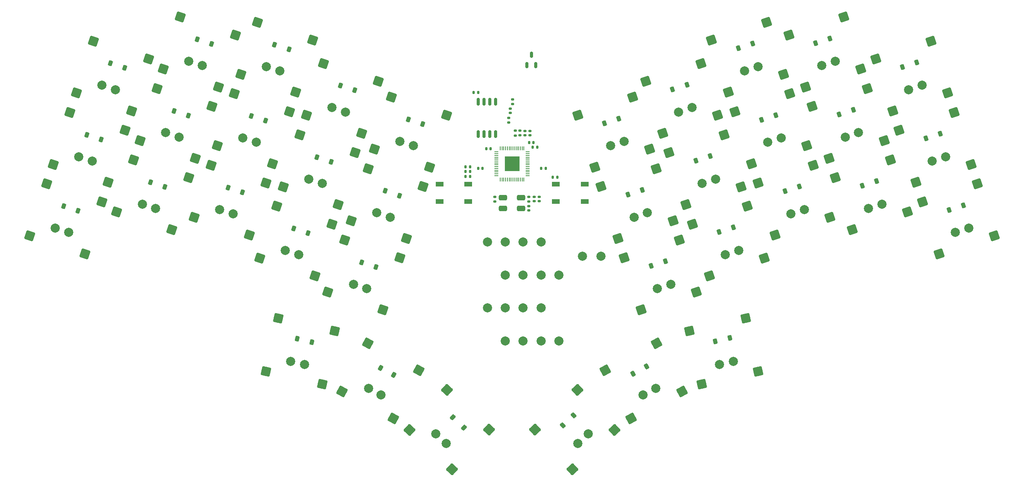
<source format=gbr>
%TF.GenerationSoftware,KiCad,Pcbnew,9.0.4*%
%TF.CreationDate,2025-09-19T00:48:39-04:00*%
%TF.ProjectId,frameortho,6672616d-656f-4727-9468-6f2e6b696361,rev?*%
%TF.SameCoordinates,Original*%
%TF.FileFunction,Soldermask,Top*%
%TF.FilePolarity,Negative*%
%FSLAX46Y46*%
G04 Gerber Fmt 4.6, Leading zero omitted, Abs format (unit mm)*
G04 Created by KiCad (PCBNEW 9.0.4) date 2025-09-19 00:48:39*
%MOMM*%
%LPD*%
G01*
G04 APERTURE LIST*
G04 Aperture macros list*
%AMRoundRect*
0 Rectangle with rounded corners*
0 $1 Rounding radius*
0 $2 $3 $4 $5 $6 $7 $8 $9 X,Y pos of 4 corners*
0 Add a 4 corners polygon primitive as box body*
4,1,4,$2,$3,$4,$5,$6,$7,$8,$9,$2,$3,0*
0 Add four circle primitives for the rounded corners*
1,1,$1+$1,$2,$3*
1,1,$1+$1,$4,$5*
1,1,$1+$1,$6,$7*
1,1,$1+$1,$8,$9*
0 Add four rect primitives between the rounded corners*
20,1,$1+$1,$2,$3,$4,$5,0*
20,1,$1+$1,$4,$5,$6,$7,0*
20,1,$1+$1,$6,$7,$8,$9,0*
20,1,$1+$1,$8,$9,$2,$3,0*%
G04 Aperture macros list end*
%ADD10C,2.000000*%
%ADD11RoundRect,0.250000X-0.945055X-0.481530X0.481530X-0.945055X0.945055X0.481530X-0.481530X0.945055X0*%
%ADD12RoundRect,0.140000X0.140000X0.170000X-0.140000X0.170000X-0.140000X-0.170000X0.140000X-0.170000X0*%
%ADD13RoundRect,0.225000X-0.134877X-0.416003X0.303590X-0.314775X0.134877X0.416003X-0.303590X0.314775X0*%
%ADD14RoundRect,0.225000X-0.329869X-0.287117X0.098106X-0.426175X0.329869X0.287117X-0.098106X0.426175X0*%
%ADD15RoundRect,0.225000X-0.098106X-0.426175X0.329869X-0.287117X0.098106X0.426175X-0.329869X0.287117X0*%
%ADD16RoundRect,0.135000X-0.135000X-0.185000X0.135000X-0.185000X0.135000X0.185000X-0.135000X0.185000X0*%
%ADD17RoundRect,0.250000X-0.650000X-0.350000X0.650000X-0.350000X0.650000X0.350000X-0.650000X0.350000X0*%
%ADD18RoundRect,0.250000X-0.481530X-0.945055X0.945055X-0.481530X0.481530X0.945055X-0.945055X0.481530X0*%
%ADD19RoundRect,0.140000X-0.140000X-0.170000X0.140000X-0.170000X0.140000X0.170000X-0.140000X0.170000X0*%
%ADD20RoundRect,0.250000X-0.899491X-0.562064X0.562064X-0.899491X0.899491X0.562064X-0.562064X0.899491X0*%
%ADD21RoundRect,0.135000X0.185000X-0.135000X0.185000X0.135000X-0.185000X0.135000X-0.185000X-0.135000X0*%
%ADD22RoundRect,0.250000X-0.310107X-1.014314X1.014314X-0.310107X0.310107X1.014314X-1.014314X0.310107X0*%
%ADD23RoundRect,0.225000X-0.420304X-0.120808X-0.091195X-0.427707X0.420304X0.120808X0.091195X0.427707X0*%
%ADD24RoundRect,0.225000X-0.022611X-0.436736X0.374715X-0.225474X0.022611X0.436736X-0.374715X0.225474X0*%
%ADD25RoundRect,0.250000X-0.037017X-1.060014X1.060014X-0.037017X0.037017X1.060014X-1.060014X0.037017X0*%
%ADD26R,1.700000X1.000000*%
%ADD27RoundRect,0.135000X0.135000X0.185000X-0.135000X0.185000X-0.135000X-0.185000X0.135000X-0.185000X0*%
%ADD28RoundRect,0.225000X-0.303590X-0.314775X0.134877X-0.416003X0.303590X0.314775X-0.134877X0.416003X0*%
%ADD29RoundRect,0.225000X-0.374715X-0.225474X0.022611X-0.436736X0.374715X0.225474X-0.022611X0.436736X0*%
%ADD30RoundRect,0.050000X-0.387500X-0.050000X0.387500X-0.050000X0.387500X0.050000X-0.387500X0.050000X0*%
%ADD31RoundRect,0.050000X-0.050000X-0.387500X0.050000X-0.387500X0.050000X0.387500X-0.050000X0.387500X0*%
%ADD32R,3.200000X3.200000*%
%ADD33RoundRect,0.250000X-1.014314X-0.310107X0.310107X-1.014314X1.014314X0.310107X-0.310107X1.014314X0*%
%ADD34RoundRect,0.150000X0.150000X-0.512500X0.150000X0.512500X-0.150000X0.512500X-0.150000X-0.512500X0*%
%ADD35RoundRect,0.140000X0.170000X-0.140000X0.170000X0.140000X-0.170000X0.140000X-0.170000X-0.140000X0*%
%ADD36RoundRect,0.225000X0.091195X-0.427707X0.420304X-0.120808X-0.091195X0.427707X-0.420304X0.120808X0*%
%ADD37RoundRect,0.140000X-0.170000X0.140000X-0.170000X-0.140000X0.170000X-0.140000X0.170000X0.140000X0*%
%ADD38RoundRect,0.250000X-1.060014X-0.037017X0.037017X-1.060014X1.060014X0.037017X-0.037017X1.060014X0*%
%ADD39RoundRect,0.162500X0.162500X-0.650000X0.162500X0.650000X-0.162500X0.650000X-0.162500X-0.650000X0*%
%ADD40RoundRect,0.250000X-0.562064X-0.899491X0.899491X-0.562064X0.562064X0.899491X-0.899491X0.562064X0*%
G04 APERTURE END LIST*
D10*
%TO.C,S3*%
X158316022Y-93584191D03*
X161264298Y-94542144D03*
D11*
X156423948Y-83874271D03*
X152715744Y-95286949D03*
X168502366Y-87798787D03*
X164794162Y-99211465D03*
%TD*%
D10*
%TO.C,S13*%
X153203827Y-109276631D03*
X156152103Y-110234584D03*
D11*
X151311753Y-99566711D03*
X147603549Y-110979389D03*
X163390171Y-103491227D03*
X159681967Y-114903905D03*
%TD*%
D12*
%TO.C,C1*%
X204797600Y-99263200D03*
X203837600Y-99263200D03*
%TD*%
D13*
%TO.C,D36*%
X256833985Y-153987309D03*
X260049407Y-153244971D03*
%TD*%
D14*
%TO.C,D2*%
X143174743Y-87601212D03*
X146313229Y-88620968D03*
%TD*%
D15*
%TO.C,D28*%
X272079517Y-120951813D03*
X275218003Y-119932057D03*
%TD*%
%TO.C,D9*%
X278825592Y-88404656D03*
X281964078Y-87384900D03*
%TD*%
D10*
%TO.C,S12*%
X136233346Y-108114338D03*
X139181622Y-109072291D03*
D11*
X134341272Y-98404418D03*
X130633068Y-109817096D03*
X146419690Y-102328934D03*
X142711486Y-113741612D03*
%TD*%
D10*
%TO.C,TP6*%
X214670000Y-139377778D03*
%TD*%
%TO.C,S11*%
X117166854Y-113385940D03*
X120115130Y-114343893D03*
D11*
X115274780Y-103676020D03*
X111566576Y-115088698D03*
X127353198Y-107600536D03*
X123644994Y-119013214D03*
%TD*%
D14*
%TO.C,D24*%
X164335218Y-129156874D03*
X167473704Y-130176630D03*
%TD*%
D16*
%TO.C,R5*%
X202055001Y-115595400D03*
X203074999Y-115595400D03*
%TD*%
D10*
%TO.C,S15*%
X182543814Y-125724392D03*
X185492090Y-126682345D03*
D11*
X180651740Y-116014472D03*
X176943536Y-127427150D03*
X192730158Y-119938988D03*
X189021954Y-131351666D03*
%TD*%
D10*
%TO.C,TP11*%
X214670001Y-146608889D03*
%TD*%
D14*
%TO.C,D22*%
X132950353Y-118986076D03*
X136088839Y-120005832D03*
%TD*%
D10*
%TO.C,TP14*%
X214670000Y-153840000D03*
%TD*%
D14*
%TO.C,D14*%
X169447413Y-113464450D03*
X172585899Y-114484206D03*
%TD*%
D17*
%TO.C,Y1*%
X210191600Y-124796401D03*
X214191600Y-124796401D03*
X214191600Y-122396399D03*
X210191600Y-122396399D03*
%TD*%
D10*
%TO.C,S10*%
X299245756Y-98651469D03*
X302194032Y-97693516D03*
D18*
X292007688Y-91908112D03*
X295715892Y-103320790D03*
X304086106Y-87983596D03*
X307794310Y-99396274D03*
%TD*%
D10*
%TO.C,TP10*%
X210752500Y-146608889D03*
%TD*%
%TO.C,TP1*%
X206835000Y-132146667D03*
%TD*%
%TO.C,TP9*%
X206835002Y-146608889D03*
%TD*%
D14*
%TO.C,D25*%
X179260821Y-136596147D03*
X182399307Y-137615903D03*
%TD*%
D10*
%TO.C,TP7*%
X218587501Y-139377778D03*
%TD*%
D19*
%TO.C,C9*%
X216766200Y-111328200D03*
X217726200Y-111328200D03*
%TD*%
D10*
%TO.C,S31*%
X163703643Y-158364205D03*
X166724190Y-159061553D03*
D20*
X160972493Y-148856138D03*
X158273081Y-160548579D03*
X173346993Y-151713017D03*
X170647581Y-163405458D03*
%TD*%
D10*
%TO.C,S26*%
X244093203Y-142374786D03*
X247041479Y-141416833D03*
D18*
X236855135Y-135631429D03*
X240563339Y-147044107D03*
X248933553Y-131706913D03*
X252641757Y-143119591D03*
%TD*%
D21*
%TO.C,R3*%
X212902800Y-108712000D03*
X212902800Y-107692002D03*
%TD*%
D10*
%TO.C,S18*%
X268320978Y-110234584D03*
X271269254Y-109276631D03*
D18*
X261082910Y-103491227D03*
X264791114Y-114903905D03*
X273161328Y-99566711D03*
X276869532Y-110979389D03*
%TD*%
D10*
%TO.C,TP22*%
X231720000Y-135240000D03*
%TD*%
%TO.C,S35*%
X240986931Y-165710411D03*
X243724068Y-164255049D03*
D22*
X232687853Y-160326378D03*
X238321512Y-170921749D03*
X243901288Y-154364089D03*
X249534947Y-164959460D03*
%TD*%
D14*
%TO.C,D4*%
X174559608Y-97772010D03*
X177698094Y-98791766D03*
%TD*%
D23*
%TO.C,D33*%
X199226914Y-170678216D03*
X201640380Y-172928810D03*
%TD*%
D15*
%TO.C,D18*%
X266967306Y-105259389D03*
X270105792Y-104239633D03*
%TD*%
D24*
%TO.C,D35*%
X238789889Y-161045863D03*
X241703617Y-159496607D03*
%TD*%
D10*
%TO.C,S17*%
X253906594Y-119243089D03*
X256854870Y-118285136D03*
D18*
X246668526Y-112499732D03*
X250376730Y-123912410D03*
X258746944Y-108575216D03*
X262455148Y-119987894D03*
%TD*%
D10*
%TO.C,TP4*%
X218587500Y-132146667D03*
%TD*%
%TO.C,S4*%
X172730406Y-102592696D03*
X175678682Y-103550649D03*
D11*
X170838332Y-92882776D03*
X167130128Y-104295454D03*
X182916750Y-96807292D03*
X179208546Y-108219970D03*
%TD*%
D10*
%TO.C,S23*%
X148091632Y-124969055D03*
X151039908Y-125927008D03*
D11*
X146199558Y-115259135D03*
X142491354Y-126671813D03*
X158277976Y-119183651D03*
X154569772Y-130596329D03*
%TD*%
D10*
%TO.C,S34*%
X226674100Y-176388382D03*
X228941297Y-174274187D03*
D25*
X217264317Y-173335764D03*
X225448297Y-182112009D03*
X226552509Y-164674385D03*
X234736489Y-173450630D03*
%TD*%
D10*
%TO.C,S7*%
X248794399Y-103550649D03*
X251742675Y-102592696D03*
D18*
X241556331Y-96807292D03*
X245264535Y-108219970D03*
X253634749Y-92882776D03*
X257342953Y-104295454D03*
%TD*%
D15*
%TO.C,D8*%
X261855111Y-89566949D03*
X264993597Y-88547193D03*
%TD*%
D26*
%TO.C,SW1*%
X228168200Y-123256200D03*
X221868202Y-123256200D03*
X228168200Y-119456200D03*
X221868202Y-119456200D03*
%TD*%
D10*
%TO.C,TP16*%
X222504999Y-153840000D03*
%TD*%
%TO.C,S20*%
X304357951Y-114343893D03*
X307306227Y-113385940D03*
D18*
X297119883Y-107600536D03*
X300828087Y-119013214D03*
X309198301Y-103676020D03*
X312906505Y-115088698D03*
%TD*%
D10*
%TO.C,S25*%
X177431619Y-141416833D03*
X180379895Y-142374786D03*
D11*
X175539545Y-131706913D03*
X171831341Y-143119591D03*
X187617963Y-135631429D03*
X183909759Y-147044107D03*
%TD*%
D14*
%TO.C,D11*%
X118996056Y-108565254D03*
X122134542Y-109585010D03*
%TD*%
D10*
%TO.C,S30*%
X309470146Y-130036333D03*
X312418422Y-129078380D03*
D18*
X302232078Y-123292976D03*
X305940282Y-134705654D03*
X314310496Y-119368460D03*
X318018700Y-130781138D03*
%TD*%
D15*
%TO.C,D16*%
X237627335Y-121707150D03*
X240765821Y-120687394D03*
%TD*%
D10*
%TO.C,S2*%
X141345541Y-92421898D03*
X144293817Y-93379851D03*
D11*
X139453467Y-82711978D03*
X135745263Y-94124656D03*
X151531885Y-86636494D03*
X147823681Y-98049172D03*
%TD*%
D27*
%TO.C,R9*%
X203074999Y-117729000D03*
X202055001Y-117729000D03*
%TD*%
D14*
%TO.C,D15*%
X184373016Y-120903706D03*
X187511502Y-121923462D03*
%TD*%
D28*
%TO.C,D31*%
X165105733Y-153402437D03*
X168321155Y-154144775D03*
%TD*%
D29*
%TO.C,D32*%
X183387543Y-159825238D03*
X186301271Y-161374494D03*
%TD*%
D21*
%TO.C,R6*%
X215900000Y-123194599D03*
X215900000Y-122174601D03*
%TD*%
D30*
%TO.C,U1*%
X208799040Y-112343500D03*
X208799040Y-112743500D03*
X208799040Y-113143500D03*
X208799040Y-113543500D03*
X208799040Y-113943500D03*
X208799040Y-114343500D03*
X208799040Y-114743500D03*
X208799040Y-115143500D03*
X208799040Y-115543500D03*
X208799040Y-115943500D03*
X208799040Y-116343500D03*
X208799040Y-116743500D03*
X208799040Y-117143500D03*
X208799040Y-117543500D03*
D31*
X209636540Y-118381000D03*
X210036540Y-118381000D03*
X210436540Y-118381000D03*
X210836540Y-118381000D03*
X211236540Y-118381000D03*
X211636540Y-118381000D03*
X212036540Y-118381000D03*
X212436540Y-118381000D03*
X212836540Y-118381000D03*
X213236540Y-118381000D03*
X213636540Y-118381000D03*
X214036540Y-118381000D03*
X214436540Y-118381000D03*
X214836540Y-118381000D03*
D30*
X215674040Y-117543500D03*
X215674040Y-117143500D03*
X215674040Y-116743500D03*
X215674040Y-116343500D03*
X215674040Y-115943500D03*
X215674040Y-115543500D03*
X215674040Y-115143500D03*
X215674040Y-114743500D03*
X215674040Y-114343500D03*
X215674040Y-113943500D03*
X215674040Y-113543500D03*
X215674040Y-113143500D03*
X215674040Y-112743500D03*
X215674040Y-112343500D03*
D31*
X214836540Y-111506000D03*
X214436540Y-111506000D03*
X214036540Y-111506000D03*
X213636540Y-111506000D03*
X213236540Y-111506000D03*
X212836540Y-111506000D03*
X212436540Y-111506000D03*
X212036540Y-111506000D03*
X211636540Y-111506000D03*
X211236540Y-111506000D03*
X210836540Y-111506000D03*
X210436540Y-111506000D03*
X210036540Y-111506000D03*
X209636540Y-111506000D03*
D32*
X212236540Y-114943500D03*
%TD*%
D12*
%TO.C,C5*%
X207515400Y-111658400D03*
X206555400Y-111658400D03*
%TD*%
D10*
%TO.C,TP15*%
X218587498Y-153840000D03*
%TD*%
%TO.C,S32*%
X180749029Y-164255049D03*
X183486166Y-165710411D03*
D33*
X180571809Y-154364089D03*
X174938150Y-164959460D03*
X191785244Y-160326378D03*
X186151585Y-170921749D03*
%TD*%
D10*
%TO.C,TP12*%
X218587501Y-146608889D03*
%TD*%
D15*
%TO.C,D20*%
X303004279Y-109368698D03*
X306142765Y-108348942D03*
%TD*%
%TO.C,D17*%
X252552922Y-114267894D03*
X255691408Y-113248138D03*
%TD*%
D34*
%TO.C,U3*%
X215518999Y-93218000D03*
X217418999Y-93218000D03*
X216468999Y-90943000D03*
%TD*%
D10*
%TO.C,S16*%
X238981007Y-126682345D03*
X241929283Y-125724392D03*
D18*
X231742939Y-119938988D03*
X235451143Y-131351666D03*
X243821357Y-116014472D03*
X247529561Y-127427150D03*
%TD*%
D35*
%TO.C,C7*%
X211836000Y-103781800D03*
X211836000Y-102821800D03*
%TD*%
D10*
%TO.C,TP5*%
X210752500Y-139377778D03*
%TD*%
%TO.C,S22*%
X131121151Y-123806762D03*
X134069427Y-124764715D03*
D11*
X129229077Y-114096842D03*
X125520873Y-125509520D03*
X141307495Y-118021358D03*
X137599291Y-129434036D03*
%TD*%
D35*
%TO.C,C12*%
X211480400Y-105839200D03*
X211480400Y-104879200D03*
%TD*%
D36*
%TO.C,D34*%
X223344648Y-172451411D03*
X225758114Y-170200817D03*
%TD*%
D19*
%TO.C,C10*%
X215978800Y-110261400D03*
X216938800Y-110261400D03*
%TD*%
D35*
%TO.C,C3*%
X212318600Y-101775200D03*
X212318600Y-100815200D03*
%TD*%
D14*
%TO.C,D21*%
X113883861Y-124257694D03*
X117022347Y-125277450D03*
%TD*%
%TO.C,D13*%
X155033029Y-104455945D03*
X158171515Y-105475701D03*
%TD*%
D10*
%TO.C,TP2*%
X210752500Y-132146667D03*
%TD*%
D37*
%TO.C,C14*%
X208483200Y-122234599D03*
X208483200Y-123194599D03*
%TD*%
D16*
%TO.C,R7*%
X221157800Y-117856000D03*
X222177798Y-117856000D03*
%TD*%
D12*
%TO.C,C4*%
X205765400Y-115943500D03*
X204805400Y-115943500D03*
%TD*%
D14*
%TO.C,D23*%
X149920834Y-120148369D03*
X153059320Y-121168125D03*
%TD*%
D10*
%TO.C,TP21*%
X227669998Y-135240000D03*
%TD*%
%TO.C,S27*%
X259018806Y-134935513D03*
X261967082Y-133977560D03*
D18*
X251780738Y-128192156D03*
X255488942Y-139604834D03*
X263859156Y-124267640D03*
X267567360Y-135680318D03*
%TD*%
D21*
%TO.C,R4*%
X213996533Y-108704200D03*
X213996533Y-107684202D03*
%TD*%
D14*
%TO.C,D3*%
X160145224Y-88763505D03*
X163283710Y-89783261D03*
%TD*%
D10*
%TO.C,S24*%
X162506016Y-133977560D03*
X165454292Y-134935513D03*
D11*
X160613942Y-124267640D03*
X156905738Y-135680318D03*
X172692360Y-128192156D03*
X168984156Y-139604834D03*
%TD*%
D10*
%TO.C,S6*%
X233868796Y-110989904D03*
X236817072Y-110031951D03*
D18*
X226630728Y-104246547D03*
X230338932Y-115659225D03*
X238709146Y-100322031D03*
X242417350Y-111734709D03*
%TD*%
D10*
%TO.C,TP8*%
X222504999Y-139377778D03*
%TD*%
D15*
%TO.C,D26*%
X242739531Y-137399591D03*
X245878017Y-136379835D03*
%TD*%
D10*
%TO.C,S8*%
X263208783Y-94542144D03*
X266157059Y-93584191D03*
D18*
X255970715Y-87798787D03*
X259678919Y-99211465D03*
X268049133Y-83874271D03*
X271757337Y-95286949D03*
%TD*%
D26*
%TO.C,SW2*%
X202616598Y-123256200D03*
X196316600Y-123256200D03*
X202616598Y-119456200D03*
X196316600Y-119456200D03*
%TD*%
D35*
%TO.C,C11*%
X215080267Y-108666400D03*
X215080267Y-107706400D03*
%TD*%
D15*
%TO.C,D10*%
X297892084Y-93676274D03*
X301030570Y-92656518D03*
%TD*%
D10*
%TO.C,S9*%
X280179264Y-93379851D03*
X283127540Y-92421898D03*
D18*
X272941196Y-86636494D03*
X276649400Y-98049172D03*
X285019614Y-82711978D03*
X288727818Y-94124656D03*
%TD*%
D10*
%TO.C,TP13*%
X210752500Y-153840000D03*
%TD*%
D35*
%TO.C,C2*%
X216154000Y-108658600D03*
X216154000Y-107698600D03*
%TD*%
%TO.C,C15*%
X215900000Y-125168600D03*
X215900000Y-124208600D03*
%TD*%
D10*
%TO.C,S28*%
X273433189Y-125927008D03*
X276381465Y-124969055D03*
D18*
X266195121Y-119183651D03*
X269903325Y-130596329D03*
X278273539Y-115259135D03*
X281981743Y-126671813D03*
%TD*%
D10*
%TO.C,S14*%
X167618211Y-118285136D03*
X170566487Y-119243089D03*
D11*
X165726137Y-108575216D03*
X162017933Y-119987894D03*
X177804555Y-112499732D03*
X174096351Y-123912410D03*
%TD*%
D10*
%TO.C,TP3*%
X214670000Y-132146667D03*
%TD*%
D37*
%TO.C,C6*%
X217060700Y-122202000D03*
X217060700Y-123162000D03*
%TD*%
D27*
%TO.C,R8*%
X203074999Y-116662200D03*
X202055001Y-116662200D03*
%TD*%
D10*
%TO.C,S5*%
X187656009Y-110031951D03*
X190604285Y-110989904D03*
D11*
X185763935Y-100322031D03*
X182055731Y-111734709D03*
X197842353Y-104246547D03*
X194134149Y-115659225D03*
%TD*%
D15*
%TO.C,D7*%
X247440727Y-98575454D03*
X250579213Y-97555698D03*
%TD*%
D10*
%TO.C,S33*%
X195531784Y-174274187D03*
X197798981Y-176388382D03*
D38*
X197920572Y-164674385D03*
X189736592Y-173450630D03*
X207208764Y-173335764D03*
X199024784Y-182112009D03*
%TD*%
D39*
%TO.C,U2*%
X204800200Y-108438700D03*
X206070200Y-108438700D03*
X207340200Y-108438700D03*
X208610200Y-108438700D03*
X208610200Y-101263700D03*
X207340200Y-101263700D03*
X206070200Y-101263700D03*
X204800200Y-101263700D03*
%TD*%
D15*
%TO.C,D27*%
X257665134Y-129960318D03*
X260803620Y-128940562D03*
%TD*%
D10*
%TO.C,S29*%
X290403670Y-124764715D03*
X293351946Y-123806762D03*
D18*
X283165602Y-118021358D03*
X286873806Y-129434036D03*
X295244020Y-114096842D03*
X298952224Y-125509520D03*
%TD*%
D10*
%TO.C,S21*%
X112054659Y-129078380D03*
X115002935Y-130036333D03*
D11*
X110162585Y-119368460D03*
X106454381Y-130781138D03*
X122241003Y-123292976D03*
X118532799Y-134705654D03*
%TD*%
D15*
%TO.C,D30*%
X308116474Y-125061138D03*
X311254960Y-124041382D03*
%TD*%
D14*
%TO.C,D5*%
X189485211Y-105211265D03*
X192623697Y-106231021D03*
%TD*%
D10*
%TO.C,S1*%
X122279065Y-97693516D03*
X125227341Y-98651469D03*
D11*
X120386991Y-87983596D03*
X116678787Y-99396274D03*
X132465409Y-91908112D03*
X128757205Y-103320790D03*
%TD*%
D37*
%TO.C,C13*%
X218211400Y-122202000D03*
X218211400Y-123162000D03*
%TD*%
D15*
%TO.C,D19*%
X283937803Y-104097096D03*
X287076289Y-103077340D03*
%TD*%
D10*
%TO.C,S36*%
X257748891Y-159061553D03*
X260769438Y-158364205D03*
D40*
X251126088Y-151713017D03*
X253825500Y-163405458D03*
X263500588Y-148856138D03*
X266200000Y-160548579D03*
%TD*%
D19*
%TO.C,C8*%
X218645800Y-115943500D03*
X219605800Y-115943500D03*
%TD*%
D14*
%TO.C,D1*%
X124108267Y-92872830D03*
X127246753Y-93892586D03*
%TD*%
D15*
%TO.C,D6*%
X232515124Y-106014709D03*
X235653610Y-104994953D03*
%TD*%
%TO.C,D29*%
X289049998Y-119789520D03*
X292188484Y-118769764D03*
%TD*%
D14*
%TO.C,D12*%
X138062548Y-103293652D03*
X141201034Y-104313408D03*
%TD*%
D10*
%TO.C,S19*%
X285291475Y-109072291D03*
X288239751Y-108114338D03*
D18*
X278053407Y-102328934D03*
X281761611Y-113741612D03*
X290131825Y-98404418D03*
X293840029Y-109817096D03*
%TD*%
M02*

</source>
